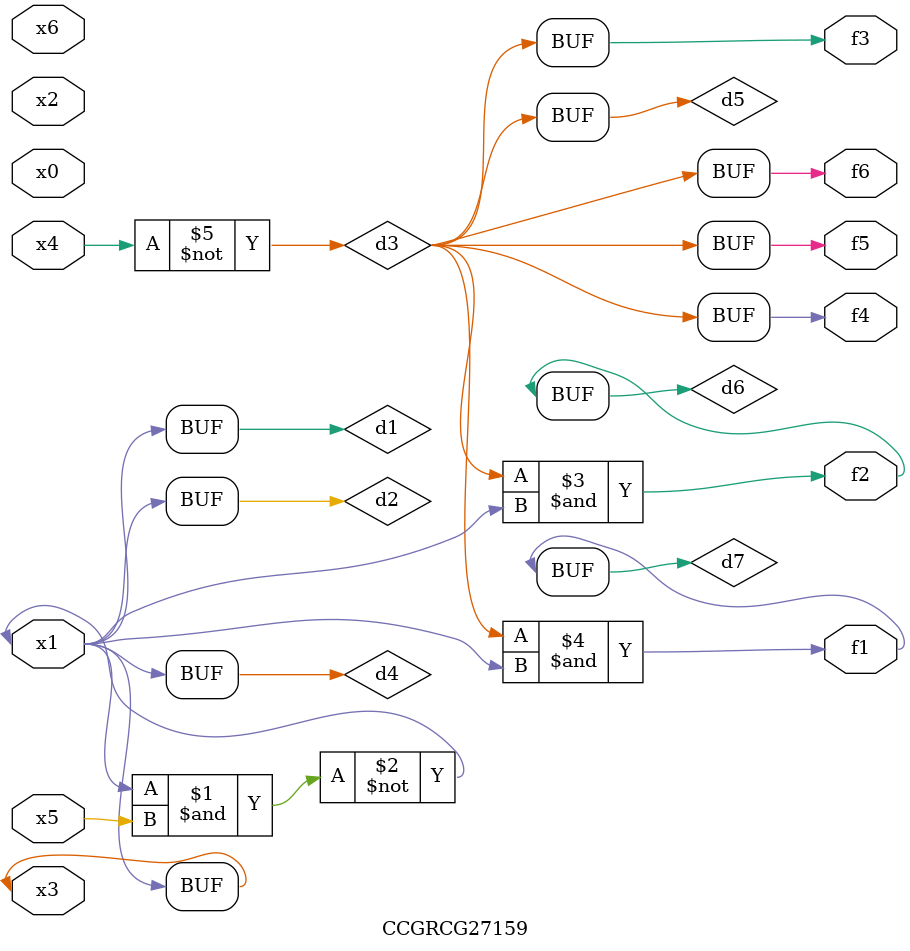
<source format=v>
module CCGRCG27159(
	input x0, x1, x2, x3, x4, x5, x6,
	output f1, f2, f3, f4, f5, f6
);

	wire d1, d2, d3, d4, d5, d6, d7;

	buf (d1, x1, x3);
	nand (d2, x1, x5);
	not (d3, x4);
	buf (d4, d1, d2);
	buf (d5, d3);
	and (d6, d3, d4);
	and (d7, d3, d4);
	assign f1 = d7;
	assign f2 = d6;
	assign f3 = d5;
	assign f4 = d5;
	assign f5 = d5;
	assign f6 = d5;
endmodule

</source>
